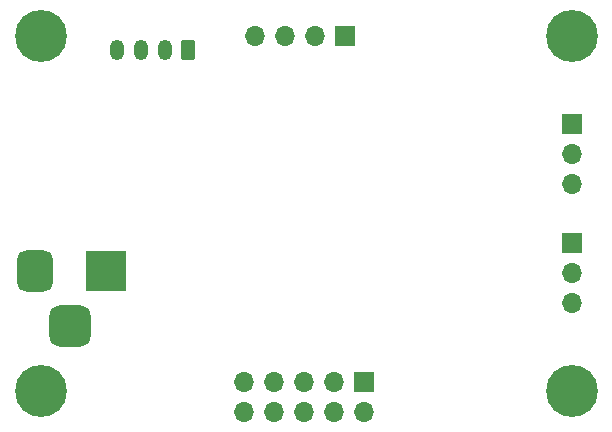
<source format=gbr>
%TF.GenerationSoftware,KiCad,Pcbnew,7.0.2-0*%
%TF.CreationDate,2023-10-31T10:36:30-04:00*%
%TF.ProjectId,WiringHarness,57697269-6e67-4486-9172-6e6573732e6b,rev?*%
%TF.SameCoordinates,Original*%
%TF.FileFunction,Soldermask,Bot*%
%TF.FilePolarity,Negative*%
%FSLAX46Y46*%
G04 Gerber Fmt 4.6, Leading zero omitted, Abs format (unit mm)*
G04 Created by KiCad (PCBNEW 7.0.2-0) date 2023-10-31 10:36:30*
%MOMM*%
%LPD*%
G01*
G04 APERTURE LIST*
G04 Aperture macros list*
%AMRoundRect*
0 Rectangle with rounded corners*
0 $1 Rounding radius*
0 $2 $3 $4 $5 $6 $7 $8 $9 X,Y pos of 4 corners*
0 Add a 4 corners polygon primitive as box body*
4,1,4,$2,$3,$4,$5,$6,$7,$8,$9,$2,$3,0*
0 Add four circle primitives for the rounded corners*
1,1,$1+$1,$2,$3*
1,1,$1+$1,$4,$5*
1,1,$1+$1,$6,$7*
1,1,$1+$1,$8,$9*
0 Add four rect primitives between the rounded corners*
20,1,$1+$1,$2,$3,$4,$5,0*
20,1,$1+$1,$4,$5,$6,$7,0*
20,1,$1+$1,$6,$7,$8,$9,0*
20,1,$1+$1,$8,$9,$2,$3,0*%
G04 Aperture macros list end*
%ADD10RoundRect,0.250000X0.350000X0.625000X-0.350000X0.625000X-0.350000X-0.625000X0.350000X-0.625000X0*%
%ADD11O,1.200000X1.750000*%
%ADD12R,1.700000X1.700000*%
%ADD13O,1.700000X1.700000*%
%ADD14C,4.400000*%
%ADD15R,3.500000X3.500000*%
%ADD16RoundRect,0.750000X-0.750000X-1.000000X0.750000X-1.000000X0.750000X1.000000X-0.750000X1.000000X0*%
%ADD17RoundRect,0.875000X-0.875000X-0.875000X0.875000X-0.875000X0.875000X0.875000X-0.875000X0.875000X0*%
G04 APERTURE END LIST*
D10*
%TO.C,J7*%
X144500000Y-81950000D03*
D11*
X142500000Y-81950000D03*
X140500000Y-81950000D03*
X138500000Y-81950000D03*
%TD*%
D12*
%TO.C,J4*%
X159370000Y-110000000D03*
D13*
X159370000Y-112540000D03*
X156830000Y-110000000D03*
X156830000Y-112540000D03*
X154290000Y-110000000D03*
X154290000Y-112540000D03*
X151750000Y-110000000D03*
X151750000Y-112540000D03*
X149210000Y-110000000D03*
X149210000Y-112540000D03*
%TD*%
D12*
%TO.C,J3*%
X177000000Y-98225000D03*
D13*
X177000000Y-100765000D03*
X177000000Y-103305000D03*
%TD*%
D12*
%TO.C,J5*%
X157800000Y-80750000D03*
D13*
X155260000Y-80750000D03*
X152720000Y-80750000D03*
X150180000Y-80750000D03*
%TD*%
D14*
%TO.C,H2*%
X177000000Y-110750000D03*
%TD*%
%TO.C,H5*%
X132000000Y-80750000D03*
%TD*%
%TO.C,H3*%
X132000000Y-110750000D03*
%TD*%
D12*
%TO.C,J2*%
X177000000Y-88225000D03*
D13*
X177000000Y-90765000D03*
X177000000Y-93305000D03*
%TD*%
D15*
%TO.C,J1*%
X137512000Y-100592500D03*
D16*
X131512000Y-100592500D03*
D17*
X134512000Y-105292500D03*
%TD*%
D14*
%TO.C,H1*%
X177000000Y-80750000D03*
%TD*%
M02*

</source>
